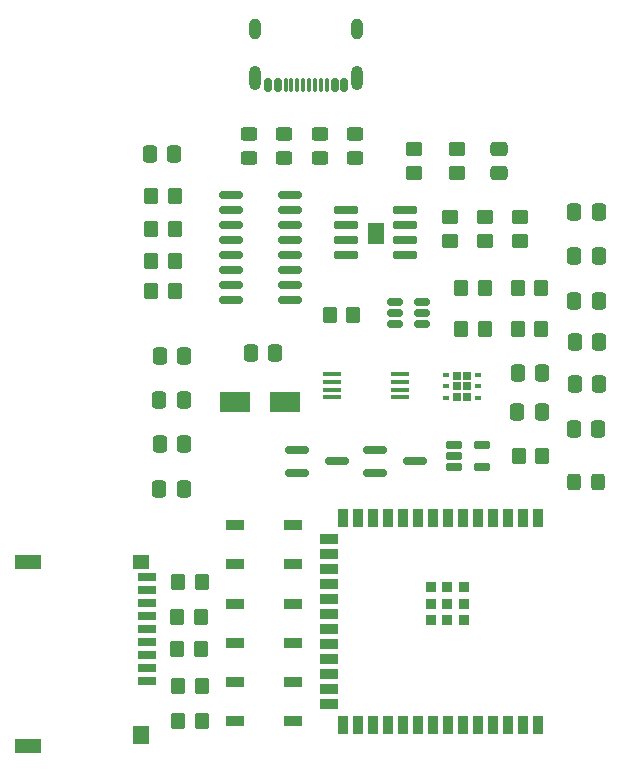
<source format=gbr>
%TF.GenerationSoftware,KiCad,Pcbnew,9.0.6*%
%TF.CreationDate,2026-01-19T20:12:22+07:00*%
%TF.ProjectId,ESP32S3_MOD_DEV,45535033-3253-4335-9f4d-4f445f444556,rev?*%
%TF.SameCoordinates,Original*%
%TF.FileFunction,Paste,Top*%
%TF.FilePolarity,Positive*%
%FSLAX46Y46*%
G04 Gerber Fmt 4.6, Leading zero omitted, Abs format (unit mm)*
G04 Created by KiCad (PCBNEW 9.0.6) date 2026-01-19 20:12:22*
%MOMM*%
%LPD*%
G01*
G04 APERTURE LIST*
G04 Aperture macros list*
%AMRoundRect*
0 Rectangle with rounded corners*
0 $1 Rounding radius*
0 $2 $3 $4 $5 $6 $7 $8 $9 X,Y pos of 4 corners*
0 Add a 4 corners polygon primitive as box body*
4,1,4,$2,$3,$4,$5,$6,$7,$8,$9,$2,$3,0*
0 Add four circle primitives for the rounded corners*
1,1,$1+$1,$2,$3*
1,1,$1+$1,$4,$5*
1,1,$1+$1,$6,$7*
1,1,$1+$1,$8,$9*
0 Add four rect primitives between the rounded corners*
20,1,$1+$1,$2,$3,$4,$5,0*
20,1,$1+$1,$4,$5,$6,$7,0*
20,1,$1+$1,$6,$7,$8,$9,0*
20,1,$1+$1,$8,$9,$2,$3,0*%
G04 Aperture macros list end*
%ADD10C,0.010000*%
%ADD11R,1.400000X1.200000*%
%ADD12R,2.200000X1.200000*%
%ADD13R,1.400000X1.600000*%
%ADD14R,1.600000X0.700000*%
%ADD15RoundRect,0.250000X-0.350000X-0.450000X0.350000X-0.450000X0.350000X0.450000X-0.350000X0.450000X0*%
%ADD16RoundRect,0.250000X0.450000X-0.350000X0.450000X0.350000X-0.450000X0.350000X-0.450000X-0.350000X0*%
%ADD17RoundRect,0.045000X-0.630000X-0.255000X0.630000X-0.255000X0.630000X0.255000X-0.630000X0.255000X0*%
%ADD18RoundRect,0.150000X-0.512500X-0.150000X0.512500X-0.150000X0.512500X0.150000X-0.512500X0.150000X0*%
%ADD19RoundRect,0.150000X0.150000X0.425000X-0.150000X0.425000X-0.150000X-0.425000X0.150000X-0.425000X0*%
%ADD20RoundRect,0.075000X0.075000X0.500000X-0.075000X0.500000X-0.075000X-0.500000X0.075000X-0.500000X0*%
%ADD21O,1.000000X2.100000*%
%ADD22O,1.000000X1.800000*%
%ADD23RoundRect,0.075000X-0.910000X-0.225000X0.910000X-0.225000X0.910000X0.225000X-0.910000X0.225000X0*%
%ADD24RoundRect,0.250000X0.450000X-0.325000X0.450000X0.325000X-0.450000X0.325000X-0.450000X-0.325000X0*%
%ADD25RoundRect,0.250000X-0.337500X-0.475000X0.337500X-0.475000X0.337500X0.475000X-0.337500X0.475000X0*%
%ADD26RoundRect,0.250000X0.325000X0.450000X-0.325000X0.450000X-0.325000X-0.450000X0.325000X-0.450000X0*%
%ADD27RoundRect,0.090000X-0.660000X-0.360000X0.660000X-0.360000X0.660000X0.360000X-0.660000X0.360000X0*%
%ADD28RoundRect,0.050000X-0.730000X-0.150000X0.730000X-0.150000X0.730000X0.150000X-0.730000X0.150000X0*%
%ADD29R,0.900000X1.500000*%
%ADD30R,1.500000X0.900000*%
%ADD31R,0.900000X0.900000*%
%ADD32RoundRect,0.150000X-0.825000X-0.150000X0.825000X-0.150000X0.825000X0.150000X-0.825000X0.150000X0*%
%ADD33RoundRect,0.250000X0.475000X-0.337500X0.475000X0.337500X-0.475000X0.337500X-0.475000X-0.337500X0*%
%ADD34R,0.660000X0.730000*%
%ADD35R,0.630000X0.450000*%
%ADD36RoundRect,0.175000X-0.825000X-0.175000X0.825000X-0.175000X0.825000X0.175000X-0.825000X0.175000X0*%
%ADD37R,2.500000X1.700000*%
%ADD38RoundRect,0.250000X-0.450000X0.350000X-0.450000X-0.350000X0.450000X-0.350000X0.450000X0.350000X0*%
G04 APERTURE END LIST*
D10*
%TO.C,U2*%
X113620000Y-60665000D02*
X112330000Y-60665000D01*
X112330000Y-59025000D01*
X113620000Y-59025000D01*
X113620000Y-60665000D01*
G36*
X113620000Y-60665000D02*
G01*
X112330000Y-60665000D01*
X112330000Y-59025000D01*
X113620000Y-59025000D01*
X113620000Y-60665000D01*
G37*
%TD*%
D11*
%TO.C,J7*%
X93137455Y-87750032D03*
D12*
X83537455Y-87750032D03*
D13*
X93137455Y-102350032D03*
D12*
X83537455Y-103250032D03*
D14*
X93637455Y-88950032D03*
X93637455Y-90050032D03*
X93637455Y-91150032D03*
X93637455Y-92250032D03*
X93637455Y-93350032D03*
X93637455Y-94450032D03*
X93637455Y-95550032D03*
X93637455Y-96650032D03*
X93637455Y-97750032D03*
%TD*%
D15*
%TO.C,R16*%
X96250000Y-98250000D03*
X98250000Y-98250000D03*
%TD*%
D16*
%TO.C,R1*%
X119250000Y-60500000D03*
X119250000Y-58500000D03*
%TD*%
D17*
%TO.C,U6*%
X119630000Y-77800000D03*
X119630000Y-78750000D03*
X119630000Y-79700000D03*
X122000000Y-79700000D03*
X122000000Y-77800000D03*
%TD*%
D16*
%TO.C,R19*%
X119900000Y-54750000D03*
X119900000Y-52750000D03*
%TD*%
D18*
%TO.C,U3*%
X114625000Y-65700000D03*
X114625000Y-66650000D03*
X114625000Y-67600000D03*
X116900000Y-67600000D03*
X116900000Y-66650000D03*
X116900000Y-65700000D03*
%TD*%
D19*
%TO.C,J2*%
X110310000Y-47325000D03*
X109510000Y-47325000D03*
D20*
X108360000Y-47325000D03*
X107360000Y-47325000D03*
X106860000Y-47325000D03*
X105860000Y-47325000D03*
D19*
X104710000Y-47325000D03*
X103910000Y-47325000D03*
X103910000Y-47325000D03*
X104710000Y-47325000D03*
D20*
X105360000Y-47325000D03*
X106360000Y-47325000D03*
X107860000Y-47325000D03*
X108860000Y-47325000D03*
D19*
X109510000Y-47325000D03*
X110310000Y-47325000D03*
D21*
X111430000Y-46750000D03*
D22*
X111430000Y-42570000D03*
D21*
X102790000Y-46750000D03*
D22*
X102790000Y-42570000D03*
%TD*%
D23*
%TO.C,U2*%
X110500000Y-57940000D03*
X110500000Y-59210000D03*
X110500000Y-60480000D03*
X110500000Y-61750000D03*
X115450000Y-61750000D03*
X115450000Y-60480000D03*
X115450000Y-59210000D03*
X115450000Y-57940000D03*
%TD*%
D15*
%TO.C,R6*%
X93962500Y-56750000D03*
X95962500Y-56750000D03*
%TD*%
D24*
%TO.C,D1*%
X111250000Y-53500000D03*
X111250000Y-51450000D03*
%TD*%
D25*
%TO.C,C9*%
X125000000Y-71750000D03*
X127075000Y-71750000D03*
%TD*%
D26*
%TO.C,IO2*%
X131825000Y-80900000D03*
X129775000Y-80900000D03*
%TD*%
D15*
%TO.C,R10*%
X125000000Y-64500000D03*
X127000000Y-64500000D03*
%TD*%
D25*
%TO.C,C8*%
X94712500Y-70250000D03*
X96787500Y-70250000D03*
%TD*%
D24*
%TO.C,D4*%
X105250000Y-53500000D03*
X105250000Y-51450000D03*
%TD*%
D27*
%TO.C,D8*%
X101100000Y-97850000D03*
X101100000Y-101150000D03*
X106000000Y-101150000D03*
X106000000Y-97850000D03*
%TD*%
D25*
%TO.C,C15*%
X94675000Y-81500000D03*
X96750000Y-81500000D03*
%TD*%
%TO.C,C3*%
X129825000Y-61800000D03*
X131900000Y-61800000D03*
%TD*%
D15*
%TO.C,R4*%
X109100000Y-66800000D03*
X111100000Y-66800000D03*
%TD*%
D28*
%TO.C,Q3*%
X109320000Y-71825000D03*
X109320000Y-72475000D03*
X109320000Y-73125000D03*
X109320000Y-73775000D03*
X115080000Y-73775000D03*
X115080000Y-73125000D03*
X115080000Y-72475000D03*
X115080000Y-71825000D03*
%TD*%
D25*
%TO.C,C13*%
X94675000Y-74000000D03*
X96750000Y-74000000D03*
%TD*%
%TO.C,C2*%
X129825000Y-58100000D03*
X131900000Y-58100000D03*
%TD*%
D16*
%TO.C,R2*%
X122250000Y-60500000D03*
X122250000Y-58500000D03*
%TD*%
D15*
%TO.C,R7*%
X93962500Y-59500000D03*
X95962500Y-59500000D03*
%TD*%
D25*
%TO.C,C12*%
X129775000Y-76450000D03*
X131850000Y-76450000D03*
%TD*%
%TO.C,C1*%
X93862500Y-53200000D03*
X95937500Y-53200000D03*
%TD*%
%TO.C,C10*%
X129862500Y-69100000D03*
X131937500Y-69100000D03*
%TD*%
D24*
%TO.C,D3*%
X102250000Y-53525000D03*
X102250000Y-51475000D03*
%TD*%
D29*
%TO.C,U1*%
X126760000Y-84000000D03*
X125490000Y-84000000D03*
X124220000Y-84000000D03*
X122950000Y-84000000D03*
X121680000Y-84000000D03*
X120410000Y-84000000D03*
X119140000Y-84000000D03*
X117870000Y-84000000D03*
X116600000Y-84000000D03*
X115330000Y-84000000D03*
X114060000Y-84000000D03*
X112790000Y-84000000D03*
X111520000Y-84000000D03*
X110250000Y-84000000D03*
D30*
X109000000Y-85765000D03*
X109000000Y-87035000D03*
X109000000Y-88305000D03*
X109000000Y-89575000D03*
X109000000Y-90845000D03*
X109000000Y-92115000D03*
X109000000Y-93385000D03*
X109000000Y-94655000D03*
X109000000Y-95925000D03*
X109000000Y-97195000D03*
X109000000Y-98465000D03*
X109000000Y-99735000D03*
D29*
X110250000Y-101500000D03*
X111520000Y-101500000D03*
X112790000Y-101500000D03*
X114060000Y-101500000D03*
X115330000Y-101500000D03*
X116600000Y-101500000D03*
X117870000Y-101500000D03*
X119140000Y-101500000D03*
X120410000Y-101500000D03*
X121680000Y-101500000D03*
X122950000Y-101500000D03*
X124220000Y-101500000D03*
X125490000Y-101500000D03*
X126760000Y-101500000D03*
D31*
X120440000Y-89850000D03*
X119040000Y-89850000D03*
X117640000Y-89850000D03*
X117640000Y-89850000D03*
X120440000Y-91250000D03*
X120440000Y-91250000D03*
X119040000Y-91250000D03*
X117640000Y-91250000D03*
X120440000Y-92650000D03*
X119040000Y-92650000D03*
X117640000Y-92650000D03*
%TD*%
D32*
%TO.C,U5*%
X100750000Y-56630000D03*
X100750000Y-57900000D03*
X100750000Y-59170000D03*
X100750000Y-60440000D03*
X100750000Y-61710000D03*
X100750000Y-62980000D03*
X100750000Y-64250000D03*
X100750000Y-65520000D03*
X105700000Y-65520000D03*
X105700000Y-64250000D03*
X105700000Y-62980000D03*
X105700000Y-61710000D03*
X105700000Y-60440000D03*
X105700000Y-59170000D03*
X105700000Y-57900000D03*
X105700000Y-56630000D03*
%TD*%
D33*
%TO.C,C5*%
X123400000Y-54787500D03*
X123400000Y-52712500D03*
%TD*%
D25*
%TO.C,C7*%
X124962500Y-75000000D03*
X127037500Y-75000000D03*
%TD*%
D34*
%TO.C,U4*%
X119900000Y-71968000D03*
X119900000Y-72834000D03*
X119900000Y-73700000D03*
X120750000Y-71968000D03*
X120750000Y-72834000D03*
X120750000Y-73700000D03*
D35*
X118985000Y-71884000D03*
X118985000Y-72834000D03*
X118985000Y-73784000D03*
X121665000Y-73784000D03*
X121665000Y-72834000D03*
X121665000Y-71884000D03*
%TD*%
D36*
%TO.C,Q2*%
X112900000Y-78250000D03*
X112900000Y-80150000D03*
X116300000Y-79200000D03*
%TD*%
D15*
%TO.C,R11*%
X120250000Y-68000000D03*
X122250000Y-68000000D03*
%TD*%
%TO.C,R5*%
X125000000Y-68000000D03*
X127000000Y-68000000D03*
%TD*%
%TO.C,R13*%
X96250000Y-89400000D03*
X98250000Y-89400000D03*
%TD*%
D25*
%TO.C,C11*%
X129862500Y-72600000D03*
X131937500Y-72600000D03*
%TD*%
D15*
%TO.C,R20*%
X125100000Y-78700000D03*
X127100000Y-78700000D03*
%TD*%
D24*
%TO.C,D5*%
X108250000Y-53500000D03*
X108250000Y-51450000D03*
%TD*%
D25*
%TO.C,C14*%
X94712500Y-77750000D03*
X96787500Y-77750000D03*
%TD*%
D15*
%TO.C,R15*%
X96200000Y-92400000D03*
X98200000Y-92400000D03*
%TD*%
D27*
%TO.C,D7*%
X101100000Y-91230000D03*
X101100000Y-94530000D03*
X106000000Y-94530000D03*
X106000000Y-91230000D03*
%TD*%
D25*
%TO.C,C6*%
X102425000Y-70000000D03*
X104500000Y-70000000D03*
%TD*%
D37*
%TO.C,VBUS*%
X105350000Y-74200000D03*
X101100000Y-74150000D03*
%TD*%
D25*
%TO.C,C4*%
X129825000Y-65600000D03*
X131900000Y-65600000D03*
%TD*%
D27*
%TO.C,D2*%
X101050000Y-84600000D03*
X101050000Y-87900000D03*
X105950000Y-87900000D03*
X105950000Y-84600000D03*
%TD*%
D36*
%TO.C,Q1*%
X106300000Y-78250000D03*
X106300000Y-80150000D03*
X109700000Y-79200000D03*
%TD*%
D15*
%TO.C,R8*%
X93962500Y-62250000D03*
X95962500Y-62250000D03*
%TD*%
D16*
%TO.C,R3*%
X125250000Y-60500000D03*
X125250000Y-58500000D03*
%TD*%
D15*
%TO.C,R9*%
X93962500Y-64750000D03*
X95962500Y-64750000D03*
%TD*%
%TO.C,R17*%
X96250000Y-101200000D03*
X98250000Y-101200000D03*
%TD*%
D38*
%TO.C,R18*%
X116250000Y-52750000D03*
X116250000Y-54750000D03*
%TD*%
D15*
%TO.C,R12*%
X120250000Y-64500000D03*
X122250000Y-64500000D03*
%TD*%
%TO.C,R14*%
X96200000Y-95100000D03*
X98200000Y-95100000D03*
%TD*%
M02*

</source>
